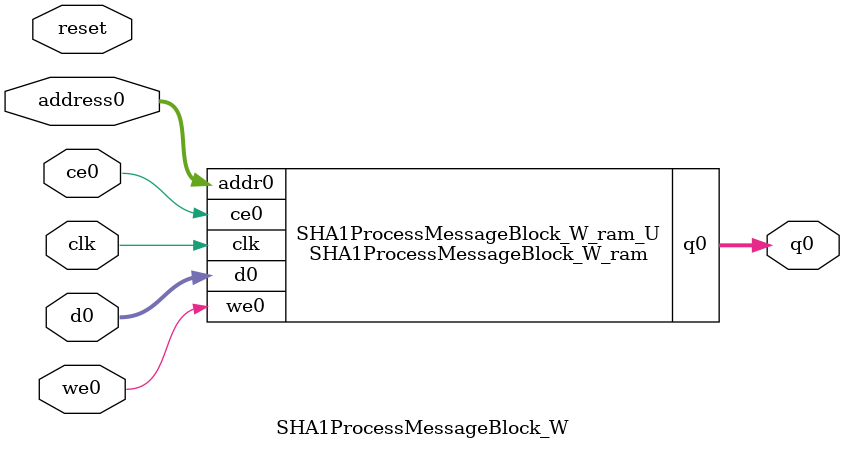
<source format=v>

`timescale 1 ns / 1 ps
module SHA1ProcessMessageBlock_W_ram (addr0, ce0, d0, we0, q0,  clk);

parameter DWIDTH = 32;
parameter AWIDTH = 7;
parameter MEM_SIZE = 80;

input[AWIDTH-1:0] addr0;
input ce0;
input[DWIDTH-1:0] d0;
input we0;
output reg[DWIDTH-1:0] q0;
input clk;

(* ram_style = "block" *)reg [DWIDTH-1:0] ram[MEM_SIZE-1:0];




always @(posedge clk)  
begin 
    if (ce0) 
    begin
        if (we0) 
        begin 
            ram[addr0] <= d0; 
            q0 <= d0;
        end 
        else 
            q0 <= ram[addr0];
    end
end


endmodule


`timescale 1 ns / 1 ps
module SHA1ProcessMessageBlock_W(
    reset,
    clk,
    address0,
    ce0,
    we0,
    d0,
    q0);

parameter DataWidth = 32'd32;
parameter AddressRange = 32'd80;
parameter AddressWidth = 32'd7;
input reset;
input clk;
input[AddressWidth - 1:0] address0;
input ce0;
input we0;
input[DataWidth - 1:0] d0;
output[DataWidth - 1:0] q0;



SHA1ProcessMessageBlock_W_ram SHA1ProcessMessageBlock_W_ram_U(
    .clk( clk ),
    .addr0( address0 ),
    .ce0( ce0 ),
    .d0( d0 ),
    .we0( we0 ),
    .q0( q0 ));

endmodule


</source>
